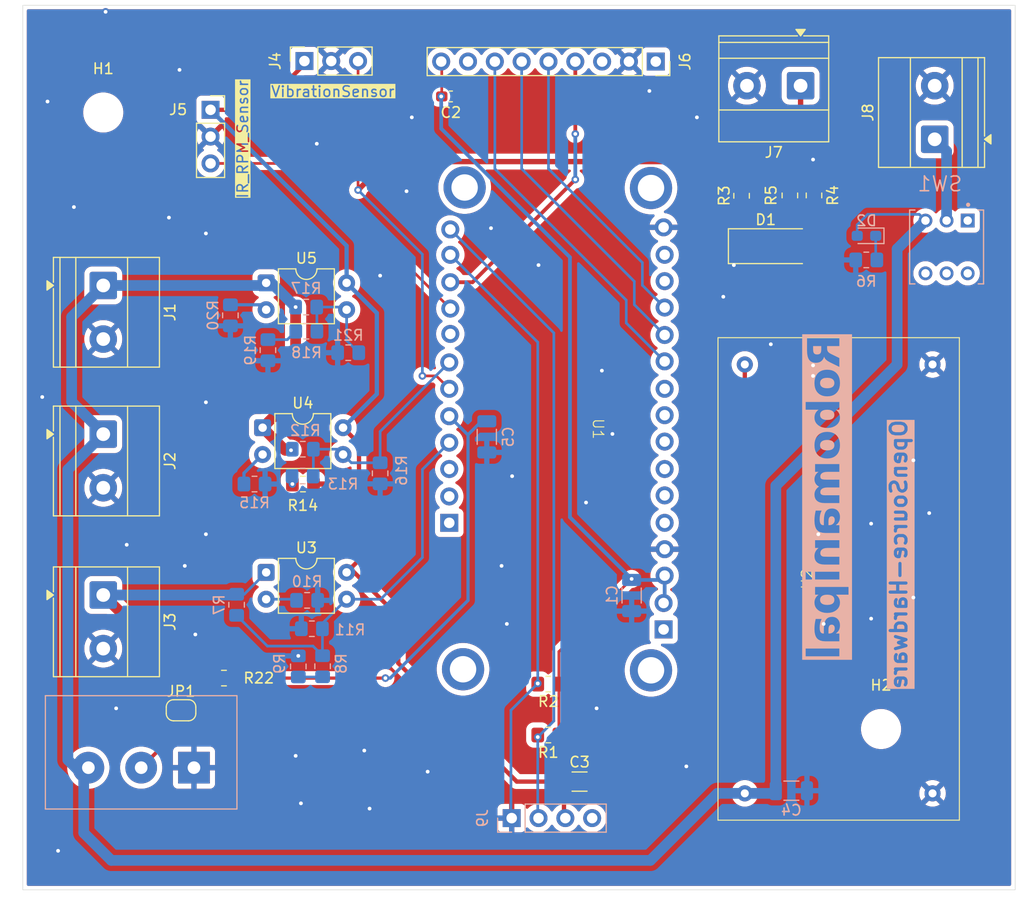
<source format=kicad_pcb>
(kicad_pcb (version 20241229) (generator "pcbnew") (generator_version "9.0")
  (layers (0 "F.Cu" signal) (2 "B.Cu" signal) (13 "F.Paste" user) (15 "B.Paste" user) (5 "F.SilkS" user "F.Silkscreen") (7 "B.SilkS" user "B.Silkscreen") (1 "F.Mask" user) (3 "B.Mask" user) (25 "Edge.Cuts" user))
  (net 0 "")
  (net 1 "GND")
  (net 2 "+5V")
  (net 3 "+3.3V")
  (net 4 "/Vin1")
  (net 5 "Net-(R8-Pad2)")
  (net 7 "/vib")
  (net 8 "/IR_OUT")
  (net 9 "/mo")
  (net 10 "/cd")
  (net 11 "/sck")
  (net 16 "/d2")
  (net 21 "/mi")
  (net 23 "Net-(D2-K)")
  (net 27 "/cs")
  (net 28 "+12V")
  (net 29 "Net-(J8-Pin_1)")
  (net 30 "/d1")
  (net 31 "Net-(R3-Pad2)")
  (net 32 "/sda")
  (net 33 "/scl")
  (net 34 "/V1")
  (net 35 "Net-(R4-Pad2)")
  (net 36 "/V2")
  (net 37 "/V3")
  (net 38 "Net-(R10-Pad1)")
  (net 39 "Net-(R13-Pad2)")
  (net 40 "Net-(R15-Pad1)")
  (net 42 "Net-(R18-Pad2)")
  (net 43 "Net-(R20-Pad1)")
  (net 44 "Net-(JP1-B)")
  (net 45 "/I_sense")
  (footprint "Resistor_SMD:R_0805_2012Metric_Pad1.20x1.40mm_HandSolder" (layer "F.Cu") (at 156.21 119.634 180)
    (property "Reference" "R22" (at -3.302 0 0) (layer "F.SilkS"))
    (property "Value" "1k")
    (pad "1" smd roundrect (at -1 0 180) (size 1.2 1.4) (layers "F.Cu" "F.Mask" "F.Paste") (roundrect_rratio 0.208333) (net 45 "/I_sense"))
    (pad "2" smd roundrect (at 1 0 180) (size 1.2 1.4) (layers "F.Cu" "F.Mask" "F.Paste") (roundrect_rratio 0.208333) (net 44 "Net-(JP1-B)"))
  )
  (footprint "Capacitor_SMD:C_1206_3216Metric" (layer "F.Cu") (at 189.887 129.44)
    (property "Reference" "C3" (at 0 -1.85 0) (layer "F.SilkS"))
    (property "Value" "C")
    (pad "1" smd roundrect (at -1.475 0) (size 1.15 1.8) (layers "F.Cu" "F.Mask" "F.Paste") (roundrect_rratio 0.217391) (net 2 "+5V"))
    (pad "2" smd roundrect (at 1.475 0) (size 1.15 1.8) (layers "F.Cu" "F.Mask" "F.Paste") (roundrect_rratio 0.217391) (net 1 "GND"))
  )
  (footprint "PCBCUPID-GLYPHC3-Footprint:LM2596_Buck" (layer "F.Cu") (at 213.1565 110.236 90)
    (property "Reference" "U2" (at 0 -1.73 90) (layer "F.SilkS") (effects (font (thickness 0.1))))
    (property "Value" "LM2596")
    (pad "1" thru_hole circle (at -20.32 -7.62 90) (size 1.524 1.524) (drill 0.762) (layers "*.Cu" "*.Mask") (net 28 "+12V"))
    (pad "2" thru_hole circle (at -20.32 10.16 90) (size 1.524 1.524) (drill 0.762) (layers "*.Cu" "*.Mask") (net 1 "GND"))
    (pad "3" thru_hole circle (at 20.32 -7.62 90) (size 1.524 1.524) (drill 0.762) (layers "*.Cu" "*.Mask") (net 2 "+5V"))
    (pad "4" thru_hole circle (at 20.32 10.16 90) (size 1.524 1.524) (drill 0.762) (layers "*.Cu" "*.Mask") (net 1 "GND"))
  )
  (footprint "MountingHole:MountingHole_3.2mm_M3" (layer "F.Cu") (at 218.44 124.46)
    (property "Reference" "H2" (at 0 -4.15 0) (layer "F.SilkS"))
    (property "Value" "MountingHole")
    (pad "" np_thru_hole circle (at 0 0) (size 3.2 3.2) (drill 3.2) (layers "*.Cu" "*.Mask"))
  )
  (footprint "Package_DIP:DIP-4_W7.62mm" (layer "F.Cu") (at 160.2065 109.618)
    (property "Reference" "U3" (at 3.81 -2.33 0) (layer "F.SilkS"))
    (property "Value" "PC817")
    (pad "1" thru_hole roundrect (at 0 0) (size 1.6 1.6) (drill 0.8) (layers "*.Cu" "*.Mask") (roundrect_rratio 0.15625) (net 4 "/Vin1"))
    (pad "2" thru_hole circle (at 0 2.54) (size 1.6 1.6) (drill 0.8) (layers "*.Cu" "*.Mask") (net 38 "Net-(R10-Pad1)"))
    (pad "3" thru_hole circle (at 7.62 2.54) (size 1.6 1.6) (drill 0.8) (layers "*.Cu" "*.Mask") (net 34 "/V1"))
    (pad "4" thru_hole circle (at 7.62 0) (size 1.6 1.6) (drill 0.8) (layers "*.Cu" "*.Mask") (net 2 "+5V"))
  )
  (footprint "Package_DIP:DIP-4_W7.62mm" (layer "F.Cu") (at 159.871 95.907)
    (property "Reference" "U4" (at 3.81 -2.33 0) (layer "F.SilkS"))
    (property "Value" "PC817")
    (pad "1" thru_hole roundrect (at 0 0) (size 1.6 1.6) (drill 0.8) (layers "*.Cu" "*.Mask") (roundrect_rratio 0.15625) (net 28 "+12V"))
    (pad "2" thru_hole circle (at 0 2.54) (size 1.6 1.6) (drill 0.8) (layers "*.Cu" "*.Mask") (net 40 "Net-(R15-Pad1)"))
    (pad "3" thru_hole circle (at 7.62 2.54) (size 1.6 1.6) (drill 0.8) (layers "*.Cu" "*.Mask") (net 36 "/V2"))
    (pad "4" thru_hole circle (at 7.62 0) (size 1.6 1.6) (drill 0.8) (layers "*.Cu" "*.Mask") (net 2 "+5V"))
  )
  (footprint "Connector_PinSocket_2.54mm:PinSocket_1x03_P2.54mm_Vertical" (layer "F.Cu") (at 154.94 65.786)
    (property "Reference" "J5" (at -3.073 -0.015 0) (layer "F.SilkS"))
    (property "Value" "IR_RPM_Sensor" (at 3.048 2.794 90) (layer "F.SilkS" knockout))
    (pad "1" thru_hole rect (at 0 0) (size 1.7 1.7) (drill 1) (layers "*.Cu" "*.Mask") (net 2 "+5V"))
    (pad "2" thru_hole circle (at 0 2.54) (size 1.7 1.7) (drill 1) (layers "*.Cu" "*.Mask") (net 1 "GND"))
    (pad "3" thru_hole circle (at 0 5.08) (size 1.7 1.7) (drill 1) (layers "*.Cu" "*.Mask") (net 8 "/IR_OUT"))
  )
  (footprint "Resistor_SMD:R_0805_2012Metric_Pad1.20x1.40mm_HandSolder" (layer "F.Cu") (at 163.692 101.246)
    (property "Reference" "R14" (at -0.016 2.032 0) (layer "F.SilkS"))
    (property "Value" "10k")
    (pad "1" smd roundrect (at -1 0) (size 1.2 1.4) (layers "F.Cu" "F.Mask" "F.Paste") (roundrect_rratio 0.208333) (net 39 "Net-(R13-Pad2)"))
    (pad "2" smd roundrect (at 1 0) (size 1.2 1.4) (layers "F.Cu" "F.Mask" "F.Paste") (roundrect_rratio 0.208333) (net 1 "GND"))
  )
  (footprint "Resistor_SMD:R_0805_2012Metric_Pad1.20x1.40mm_HandSolder" (layer "F.Cu") (at 209.804 73.898 90)
    (property "Reference" "R4" (at 0 4.064 90) (layer "F.SilkS"))
    (property "Value" "200k")
    (pad "1" smd roundrect (at -1 0 90) (size 1.2 1.4) (layers "F.Cu" "F.Mask" "F.Paste") (roundrect_rratio 0.208333) (net 31 "Net-(R3-Pad2)"))
    (pad "2" smd roundrect (at 1 0 90) (size 1.2 1.4) (layers "F.Cu" "F.Mask" "F.Paste") (roundrect_rratio 0.208333) (net 35 "Net-(R4-Pad2)"))
  )
  (footprint "Resistor_SMD:R_0805_2012Metric_Pad1.20x1.40mm_HandSolder" (layer "F.Cu") (at 205.232 73.93 90)
    (property "Reference" "R3" (at 0 -1.65 90) (layer "F.SilkS"))
    (property "Value" "200k")
    (pad "1" smd roundrect (at -1 0 90) (size 1.2 1.4) (layers "F.Cu" "F.Mask" "F.Paste") (roundrect_rratio 0.208333) (net 7 "/vib"))
    (pad "2" smd roundrect (at 1 0 90) (size 1.2 1.4) (layers "F.Cu" "F.Mask" "F.Paste") (roundrect_rratio 0.208333) (net 31 "Net-(R3-Pad2)"))
  )
  (footprint "Capacitor_SMD:C_0603_1608Metric_Pad1.08x0.95mm_HandSolder" (layer "F.Cu") (at 177.6995 64.516)
    (property "Reference" "C2" (at 0 1.524 0) (layer "F.SilkS"))
    (property "Value" "C")
    (pad "1" smd roundrect (at -0.8625 0) (size 1.075 0.95) (layers "F.Cu" "F.Mask" "F.Paste") (net 3 "+3.3V"))
    (pad "2" smd roundrect (at 0.8625 0) (size 1.075 0.95) (layers "F.Cu" "F.Mask" "F.Paste") (net 1 "GND"))
  )
  (footprint "MountingHole:MountingHole_3.2mm_M3" (layer "F.Cu") (at 144.78 66.04)
    (property "Reference" "H1" (at 0 -4.15 0) (layer "F.SilkS"))
    (property "Value" "MountingHole")
    (pad "" np_thru_hole circle (at 0 0) (size 3.2 3.2) (drill 3.2) (layers "*.Cu" "*.Mask"))
  )
  (footprint "PCBCUPID-GLYPHC3-Footprint:GlyphC3" (layer "F.Cu") (at 187.946 96.022 -90)
    (property "Reference" "U1" (at 0 -3.705 270) (layer "F.SilkS") (effects (font (thickness 0.1))))
    (property "Value" "~")
    (pad "" thru_hole circle (at -22.875 8.943118 90) (size 4 4) (drill 2.5) (layers "*.Cu" "*.Mask"))
    (pad "" thru_hole circle (at -22.825 -8.706882 90) (size 4 4) (drill 2.5) (layers "*.Cu" "*.Mask"))
    (pad "" thru_hole circle (at 22.775 9.093118 90) (size 4 4) (drill 2.5) (layers "*.Cu" "*.Mask"))
    (pad "" thru_hole circle (at 22.875 -8.706882 90) (size 4 4) (drill 2.5) (layers "*.Cu" "*.Mask"))
    (pad "1" thru_hole oval (at -18.9 10.3) (size 1.7 1.7) (drill 1) (layers "*.Cu" "*.Mask") (net 33 "/scl"))
    (pad "2" thru_hole oval (at -16.5 10.3) (size 1.7 1.7) (drill 1) (layers "*.Cu" "*.Mask") (net 32 "/sda"))
    (pad "3" thru_hole oval (at -13.9 10.3) (size 1.7 1.7) (drill 1) (layers "*.Cu" "*.Mask") (net 27 "/cs"))
    (pad "4" thru_hole oval (at -11.4 10.3) (size 1.7 1.7) (drill 1) (layers "*.Cu" "*.Mask") (net 8 "/IR_OUT"))
    (pad "5" thru_hole oval (at -9 10.3) (size 1.7 1.7) (drill 1) (layers "*.Cu" "*.Mask"))
    (pad "6" thru_hole oval (at -6.3 10.4) (size 1.7 1.7) (drill 1) (layers "*.Cu" "*.Mask") (net 36 "/V2"))
    (pad "7" thru_hole oval (at -3.8 10.4) (size 1.7 1.7) (drill 1) (layers "*.Cu" "*.Mask") (net 7 "/vib"))
    (pad "8" thru_hole oval (at -1.2 10.4) (size 1.7 1.7) (drill 1) (layers "*.Cu" "*.Mask") (net 45 "/I_sense"))
    (pad "9" thru_hole oval (at 1.3 10.4) (size 1.7 1.7) (drill 1) (layers "*.Cu" "*.Mask") (net 34 "/V1"))
    (pad "10" thru_hole oval (at 3.8 10.4) (size 1.7 1.7) (drill 1) (layers "*.Cu" "*.Mask"))
    (pad "11" thru_hole oval (at 6.4 10.4) (size 1.7 1.7) (drill 1) (layers "*.Cu" "*.Mask"))
    (pad "12" thru_hole rect (at 8.9 10.4) (size 1.7 1.7) (drill 1) (layers "*.Cu" "*.Mask"))
    (pad "13" thru_hole rect (at 19 -9.9) (size 1.7 1.7) (drill 1) (layers "*.Cu" "*.Mask"))
    (pad "14" thru_hole oval (at 16.5 -9.9) (size 1.7 1.7) (drill 1) (layers "*.Cu" "*.Mask") (net 3 "+3.3V"))
    (pad "15" thru_hole oval (at 13.9 -10) (size 1.7 1.7) (drill 1) (layers "*.Cu" "*.Mask") (net 3 "+3.3V"))
    (pad "16" thru_hole oval (at 11.4 -10) (size 1.7 1.7) (drill 1) (layers "*.Cu" "*.Mask") (net 1 "GND"))
    (pad "17" thru_hole oval (at 8.9 -10) (size 1.7 1.7) (drill 1) (layers "*.Cu" "*.Mask"))
    (pad "18" thru_hole oval (at 6.3 -10) (size 1.7 1.7) (drill 1) (layers "*.Cu" "*.Mask"))
    (pad "19" thru_hole oval (at 3.8 -10) (size 1.7 1.7) (drill 1) (layers "*.Cu" "*.Mask"))
    (pad "20" thru_hole oval (at 1.2 -10) (size 1.7 1.7) (drill 1) (layers "*.Cu" "*.Mask"))
    (pad "21" thru_hole oval (at -1.3 -10) (size 1.7 1.7) (drill 1) (layers "*.Cu" "*.Mask"))
    (pad "22" thru_hole oval (at -3.8 -10) (size 1.7 1.7) (drill 1) (layers "*.Cu" "*.Mask"))
    (pad "23" thru_hole oval (at -6.4 -10) (size 1.7 1.7) (drill 1) (layers "*.Cu" "*.Mask") (net 11 "/sck"))
    (pad "24" thru_hole oval (at -8.9 -10) (size 1.7 1.7) (drill 1) (layers "*.Cu" "*.Mask") (net 9 "/mo"))
    (pad "25" thru_hole oval (at -11.5 -10) (size 1.7 1.7) (drill 1) (layers "*.Cu" "*.Mask") (net 21 "/mi"))
    (pad "26" thru_hole oval (at -14 -10) (size 1.7 1.7) (drill 1) (layers "*.Cu" "*.Mask"))
    (pad "27" thru_hole oval (at -16.5 -10) (size 1.7 1.7) (drill 1) (layers "*.Cu" "*.Mask"))
    (pad "28" thru_hole oval (at -19.1 -9.9) (size 1.7 1.7) (drill 1) (layers "*.Cu" "*.Mask") (net 1 "GND"))
  )
  (footprint "TerminalBlock_Phoenix:TerminalBlock_Phoenix_MKDS-1,5-2-5.08_1x02_P5.08mm_Horizontal" (layer "F.Cu") (at 144.78 96.52 -90)
    (property "Reference" "J2" (at 2.54 -6.32 90) (layer "F.SilkS"))
    (property "Value" "Port2")
    (pad "1" thru_hole roundrect (at 0 0 270) (size 2.6 2.6) (drill 1.3) (layers "*.Cu" "*.Mask") (roundrect_rratio 0.096154) (net 28 "+12V"))
    (pad "2" thru_hole circle (at 5.08 0 270) (size 2.6 2.6) (drill 1.3) (layers "*.Cu" "*.Mask") (net 1 "GND"))
  )
  (footprint "TerminalBlock_Phoenix:TerminalBlock_Phoenix_MKDS-1,5-2-5.08_1x02_P5.08mm_Horizontal" (layer "F.Cu") (at 144.78 82.429007 -90)
    (property "Reference" "J1" (at 2.54 -6.32 90) (layer "F.SilkS"))
    (property "Value" "Port3")
    (pad "1" thru_hole roundrect (at 0 0 270) (size 2.6 2.6) (drill 1.3) (layers "*.Cu" "*.Mask") (roundrect_rratio 0.096154) (net 28 "+12V"))
    (pad "2" thru_hole circle (at 5.08 0 270) (size 2.6 2.6) (drill 1.3) (layers "*.Cu" "*.Mask") (net 1 "GND"))
  )
  (footprint "Package_DIP:DIP-4_W7.62mm" (layer "F.Cu") (at 160.2065 82.186)
    (property "Reference" "U5" (at 3.81 -2.33 0) (layer "F.SilkS"))
    (property "Value" "PC817")
    (pad "1" thru_hole roundrect (at 0 0) (size 1.6 1.6) (drill 0.8) (layers "*.Cu" "*.Mask") (roundrect_rratio 0.15625) (net 28 "+12V"))
    (pad "2" thru_hole circle (at 0 2.54) (size 1.6 1.6) (drill 0.8) (layers "*.Cu" "*.Mask") (net 43 "Net-(R20-Pad1)"))
    (pad "3" thru_hole circle (at 7.62 2.54) (size 1.6 1.6) (drill 0.8) (layers "*.Cu" "*.Mask") (net 37 "/V3"))
    (pad "4" thru_hole circle (at 7.62 0) (size 1.6 1.6) (drill 0.8) (layers "*.Cu" "*.Mask") (net 2 "+5V"))
  )
  (footprint "Jumper:SolderJumper-2_P1.3mm_Bridged_RoundedPad1.0x1.5mm" (layer "F.Cu") (at 152.146 122.682)
    (property "Reference" "JP1" (at 0 -1.8 0) (layer "F.SilkS"))
    (property "Value" "SolderJumper_2_Bridged" (hide yes))
    (fp_poly (pts (xy 0.25 -0.3) (xy -0.25 -0.3) (xy -0.25 0.3) (xy 0.25 0.3)) (fill yes) (layer "F.Cu"))
    (pad "1" smd custom (at -0.65 0) (size 1 0.5) (layers "F.Cu" "F.Mask") (net 4 "/Vin1") (options (clearance outline) (anchor rect)) (primitives (gr_circle (center 0 0.25) (end 0.5 0.25) (width 0) (fill yes)) (gr_circle (center 0 -0.25) (end 0.5 -0.25) (width 0) (fill yes)) (gr_poly (pts (xy 0.5 0.75) (xy 0 0.75) (xy 0 -0.75) (xy 0.5 -0.75)) (width 0) (fill yes))))
    (pad "2" smd custom (at 0.65 0) (size 1 0.5) (layers "F.Cu" "F.Mask") (net 44 "Net-(JP1-B)") (options (clearance outline) (anchor rect)) (primitives (gr_circle (center 0 0.25) (end 0.5 0.25) (width 0) (fill yes)) (gr_circle (center 0 -0.25) (end 0.5 -0.25) (width 0) (fill yes)) (gr_poly (pts (xy 0 0.75) (xy -0.5 0.75) (xy -0.5 -0.75) (xy 0 -0.75)) (width 0) (fill yes))))
  )
  (footprint "Resistor_SMD:R_0805_2012Metric_Pad1.20x1.40mm_HandSolder" (layer "F.Cu") (at 212.09 73.898 -90)
    (property "Reference" "R5" (at 0 4.064 90) (layer "F.SilkS"))
    (property "Value" "47k")
    (pad "1" smd roundrect (at -1 0 270) (size 1.2 1.4) (layers "F.Cu" "F.Mask" "F.Paste") (roundrect_rratio 0.208333) (net 35 "Net-(R4-Pad2)"))
    (pad "2" smd roundrect (at 1 0 270) (size 1.2 1.4) (layers "F.Cu" "F.Mask" "F.Paste") (roundrect_rratio 0.208333) (net 1 "GND"))
  )
  (footprint "Diode_SMD:D_SMA_Handsoldering" (layer "F.Cu") (at 208.494 78.708)
    (property "Reference" "D1" (at -0.976 -2.508 0) (layer "F.SilkS"))
    (property "Value" "D")
    (pad "1" smd roundrect (at -2.5 0) (size 3.5 1.8) (layers "F.Cu" "F.Mask" "F.Paste") (roundrect_rratio 0.1388888889) (net 7 "/vib"))
    (pad "2" smd roundrect (at 2.5 0) (size 3.5 1.8) (layers "F.Cu" "F.Mask" "F.Paste") (roundrect_rratio 0.1388888889) (net 1 "GND"))
  )
  (footprint "Connector_PinSocket_2.54mm:PinSocket_1x09_P2.54mm_Vertical" (layer "F.Cu") (at 197.104 61.214 -90)
    (property "Reference" "J6" (at 0 -2.77 90) (layer "F.SilkS"))
    (property "Value" "SDcardModule" (hide yes))
    (pad "1" thru_hole rect (at 0 0 270) (size 1.7 1.7) (drill 1) (layers "*.Cu" "*.Mask") (net 16 "/d2"))
    (pad "2" thru_hole circle (at 0 2.54 270) (size 1.7 1.7) (drill 1) (layers "*.Cu" "*.Mask") (net 1 "GND"))
    (pad "3" thru_hole circle (at 0 5.08 270) (size 1.7 1.7) (drill 1) (layers "*.Cu" "*.Mask") (net 10 "/cd"))
    (pad "4" thru_hole circle (at 0 7.62 270) (size 1.7 1.7) (drill 1) (layers "*.Cu" "*.Mask") (net 27 "/cs"))
    (pad "5" thru_hole circle (at 0 10.16 270) (size 1.7 1.7) (drill 1) (layers "*.Cu" "*.Mask") (net 21 "/mi"))
    (pad "6" thru_hole circle (at 0 12.7 270) (size 1.7 1.7) (drill 1) (layers "*.Cu" "*.Mask") (net 9 "/mo"))
    (pad "7" thru_hole circle (at 0 15.24 270) (size 1.7 1.7) (drill 1) (layers "*.Cu" "*.Mask") (net 11 "/sck"))
    (pad "8" thru_hole circle (at 0 17.78 270) (size 1.7 1.7) (drill 1) (layers "*.Cu" "*.Mask") (net 30 "/d1"))
    (pad "9" thru_hole circle (at 0 20.32 270) (size 1.7 1.7) (drill 1) (layers "*.Cu" "*.Mask") (net 3 "+3.3V"))
  )
  (footprint "TerminalBlock_Phoenix:TerminalBlock_Phoenix_MKDS-1,5-2-5.08_1x02_P5.08mm_Horizontal" (layer "F.Cu") (at 144.78 111.76 -90)
    (property "Reference" "J3" (at 2.54 -6.32 90) (layer "F.SilkS"))
    (property "Value" "Port1")
    (pad "1" thru_hole roundrect (at 0 0 270) (size 2.6 2.6) (drill 1.3) (layers "*.Cu" "*.Mask") (roundrect_rratio 0.096154) (net 4 "/Vin1"))
    (pad "2" thru_hole circle (at 5.08 0 270) (size 2.6 2.6) (drill 1.3) (layers "*.Cu" "*.Mask") (net 1 "GND"))
  )
  (footprint "Resistor_SMD:R_0805_2012Metric_Pad1.20x1.40mm_HandSolder" (layer "F.Cu") (at 186.928 125.028 180)
    (property "Reference" "R1" (at 0 -1.65 0) (layer "F.SilkS"))
    (property "Value" "4k7")
    (pad "1" smd roundrect (at -1 0 180) (size 1.2 1.4) (layers "F.Cu" "F.Mask" "F.Paste") (roundrect_rratio 0.208333) (net 3 "+3.3V"))
    (pad "2" smd roundrect (at 1 0 180) (size 1.2 1.4) (layers "F.Cu" "F.Mask" "F.Paste") (roundrect_rratio 0.208333) (net 33 "/scl"))
  )
  (footprint "Connector_PinSocket_2.54mm:PinSocket_1x03_P2.54mm_Vertical" (layer "F.Cu") (at 163.83 61.164 90)
    (property "Reference" "J4" (at 0 -2.77 90) (layer "F.SilkS"))
    (property "Value" "VibrationSensor" (at -2.894 2.694 180) (layer "F.SilkS" knockout))
    (pad "1" thru_hole rect (at 0 0 90) (size 1.7 1.7) (drill 1) (layers "*.Cu" "*.Mask") (net 2 "+5V"))
    (pad "2" thru_hole circle (at 0 2.54 90) (size 1.7 1.7) (drill 1) (layers "*.Cu" "*.Mask") (net 1 "GND"))
    (pad "3" thru_hole circle (at 0 5.08 90) (size 1.7 1.7) (drill 1) (layers "*.Cu" "*.Mask") (net 7 "/vib"))
  )
  (footprint "Resistor_SMD:R_0805_2012Metric_Pad1.20x1.40mm_HandSolder" (layer "F.Cu") (at 186.928 120.202 180)
    (property "Reference" "R2" (at 0 -1.65 0) (layer "F.SilkS"))
    (property "Value" "4k7")
    (pad "1" smd roundrect (at -1 0 180) (size 1.2 1.4) (layers "F.Cu" "F.Mask" "F.Paste") (roundrect_rratio 0.208333) (net 3 "+3.3V"))
    (pad "2" smd roundrect (at 1 0 180) (size 1.2 1.4) (layers "F.Cu" "F.Mask" "F.Paste") (roundrect_rratio 0.208333) (net 32 "/sda"))
  )
  (footprint "TerminalBlock_Phoenix:TerminalBlock_Phoenix_MKDS-1,5-2-5.08_1x02_P5.08mm_Horizontal" (layer "F.Cu") (at 210.82 63.5 180)
    (property "Reference" "J7" (at 2.54 -6.32 0) (layer "F.SilkS"))
    (property "Value" "PiezoElectric")
    (pad "1" thru_hole roundrect (at 0 0 180) (size 2.6 2.6) (drill 1.3) (layers "*.Cu" "*.Mask") (roundrect_rratio 0.096154) (net 7 "/vib"))
    (pad "2" thru_hole circle (at 5.08 0 180) (size 2.6 2.6) (drill 1.3) (layers "*.Cu" "*.Mask") (net 1 "GND"))
  )
  (footprint "TerminalBlock_Phoenix:TerminalBlock_Phoenix_MKDS-1,5-2-5.08_1x02_P5.08mm_Horizontal" (layer "F.Cu") (at 223.52 68.58 90)
    (property "Reference" "J8" (at 2.54 -6.32 90) (layer "F.SilkS"))
    (property "Value" "Vin")
    (pad "1" thru_hole roundrect (at 0 0 90) (size 2.6 2.6) (drill 1.3) (layers "*.Cu" "*.Mask") (roundrect_rratio 0.096154) (net 29 "Net-(J8-Pin_1)"))
    (pad "2" thru_hole circle (at 5.08 0 90) (size 2.6 2.6) (drill 1.3) (layers "*.Cu" "*.Mask") (net 1 "GND"))
  )
  (footprint "Capacitor_SMD:C_1206_3216Metric" (layer "B.Cu") (at 194.818 111.809 -90)
    (property "Reference" "C1" (at 0 1.85 90) (layer "B.SilkS") (effects (justify mirror)))
    (property "Value" "C")
    (pad "1" smd roundrect (at -1.475 0 270) (size 1.15 1.8) (layers "B.Cu" "B.Mask" "B.Paste") (roundrect_rratio 0.217391) (net 3 "+3.3V"))
    (pad "2" smd roundrect (at 1.475 0 270) (size 1.15 1.8) (layers "B.Cu" "B.Mask" "B.Paste") (roundrect_rratio 0.217391) (net 1 "GND"))
  )
  (footprint "Capacitor_SMD:C_1206_3216Metric" (layer "B.Cu") (at 209.9465 130.302)
    (property "Reference" "C4" (at 0 1.85 0) (layer "B.SilkS") (effects (justify mirror)))
    (property "Value" "C")
    (pad "1" smd roundrect (at -1.475 0) (size 1.15 1.8) (layers "B.Cu" "B.Mask" "B.Paste") (roundrect_rratio 0.217391) (net 28 "+12V"))
    (pad "2" smd roundrect (at 1.475 0) (size 1.15 1.8) (layers "B.Cu" "B.Mask" "B.Paste") (roundrect_rratio 0.217391) (net 1 "GND"))
  )
  (footprint "Resistor_SMD:R_0805_2012Metric_Pad1.20x1.40mm_HandSolder" (layer "B.Cu") (at 163.2495 118.529 90)
    (property "Reference" "R9" (at 0.27 -1.778 90) (layer "B.SilkS") (effects (justify mirror)))
    (property "Value" "10k")
    (pad "1" smd roundrect (at -1 0 90) (size 1.2 1.4) (layers "B.Cu" "B.Mask" "B.Paste") (roundrect_rratio 0.208333) (net 5 "Net-(R8-Pad2)"))
    (pad "2" smd roundrect (at 1 0 90) (size 1.2 1.4) (layers "B.Cu" "B.Mask" "B.Paste") (roundrect_rratio 0.208333) (net 1 "GND"))
  )
  (footprint "Resistor_SMD:R_0805_2012Metric_Pad1.20x1.40mm_HandSolder" (layer "B.Cu") (at 217.041 80.01 180)
    (property "Reference" "R6" (at 0 -2.032 0) (layer "B.SilkS") (effects (justify mirror)))
    (property "Value" "1k")
    (pad "1" smd roundrect (at -1 0 180) (size 1.2 1.4) (layers "B.Cu" "B.Mask" "B.Paste") (roundrect_rratio 0.208333) (net 23 "Net-(D2-K)"))
    (pad "2" smd roundrect (at 1 0 180) (size 1.2 1.4) (layers "B.Cu" "B.Mask" "B.Paste") (roundrect_rratio 0.208333) (net 1 "GND"))
  )
  (footprint "Resistor_SMD:R_0805_2012Metric_Pad1.20x1.40mm_HandSolder" (layer "B.Cu") (at 164.084 112.268)
    (property "Reference" "R10" (at 0 -1.778 0) (layer "B.SilkS") (effects (justify mirror)))
    (property "Value" "1k")
    (pad "1" smd roundrect (at -1 0) (size 1.2 1.4) (layers "B.Cu" "B.Mask" "B.Paste") (roundrect_rratio 0.208333) (net 38 "Net-(R10-Pad1)"))
    (pad "2" smd roundrect (at 1 0) (size 1.2 1.4) (layers "B.Cu" "B.Mask" "B.Paste") (roundrect_rratio 0.208333) (net 1 "GND"))
  )
  (footprint "Resistor_SMD:R_0805_2012Metric_Pad1.20x1.40mm_HandSolder" (layer "B.Cu") (at 157.4075 112.687 -90)
    (property "Reference" "R7" (at 0 1.65 90) (layer "B.SilkS") (effects (justify mirror)))
    (property "Value" "100k")
    (pad "1" smd roundrect (at -1 0 270) (size 1.2 1.4) (layers "B.Cu" "B.Mask" "B.Paste") (roundrect_rratio 0.208333) (net 4 "/Vin1"))
    (pad "2" smd roundrect (at 1 0 270) (size 1.2 1.4) (layers "B.Cu" "B.Mask" "B.Paste") (roundrect_rratio 0.208333) (net 34 "/V1"))
  )
  (footprint "Resistor_SMD:R_0805_2012Metric_Pad1.20x1.40mm_HandSolder" (layer "B.Cu") (at 160.374 88.562 -90)
    (property "Reference" "R19" (at 0 1.65 90) (layer "B.SilkS") (effects (justify mirror)))
    (property "Value" "10k")
    (pad "1" smd roundrect (at -1 0 270) (size 1.2 1.4) (layers "B.Cu" "B.Mask" "B.Paste") (roundrect_rratio 0.208333) (net 42 "Net-(R18-Pad2)"))
    (pad "2" smd roundrect (at 1 0 270) (size 1.2 1.4) (layers "B.Cu" "B.Mask" "B.Paste") (roundrect_rratio 0.208333) (net 1 "GND"))
  )
  (footprint "Resistor_SMD:R_0805_2012Metric_Pad1.20x1.40mm_HandSolder" (layer "B.Cu") (at 167.978 88.8 180)
    (property "Reference" "R21" (at 0 1.65 0) (layer "B.SilkS") (effects (justify mirror)))
    (property "Value" "1k")
    (pad "1" smd roundrect (at -1 0 180) (size 1.2 1.4) (layers "B.Cu" "B.Mask" "B.Paste") (roundrect_rratio 0.208333) (net 37 "/V3"))
    (pad "2" smd roundrect (at 1 0 180) (size 1.2 1.4) (layers "B.Cu" "B.Mask" "B.Paste") (roundrect_rratio 0.208333) (net 1 "GND"))
  )
  (footprint "Resistor_SMD:R_0805_2012Metric_Pad1.20x1.40mm_HandSolder" (layer "B.Cu") (at 159.104 101.246)
    (property "Reference" "R15" (at 0 1.778 0) (layer "B.SilkS") (effects (justify mirror)))
    (property "Value" "1k")
    (pad "1" smd roundrect (at -1 0) (size 1.2 1.4) (layers "B.Cu" "B.Mask" "B.Paste") (roundrect_rratio 0.208333) (net 40 "Net-(R15-Pad1)"))
    (pad "2" smd roundrect (at 1 0) (size 1.2 1.4) (layers "B.Cu" "B.Mask" "B.Paste") (roundrect_rratio 0.208333) (net 1 "GND"))
  )
  (footprint "Resistor_SMD:R_0805_2012Metric_Pad1.20x1.40mm_HandSolder" (layer "B.Cu") (at 164.0115 86.763 180)
    (property "Reference" "R18" (at -0.016 -2.032 0) (layer "B.SilkS") (effects (justify mirror)))
    (property "Value" "10k")
    (pad "1" smd roundrect (at -1 0 180) (size 1.2 1.4) (layers "B.Cu" "B.Mask" "B.Paste") (roundrect_rratio 0.208333) (net 37 "/V3"))
    (pad "2" smd roundrect (at 1 0 180) (size 1.2 1.4) (layers "B.Cu" "B.Mask" "B.Paste") (roundrect_rratio 0.208333) (net 42 "Net-(R18-Pad2)"))
  )
  (footprint "LED_SMD:LED_0603_1608Metric_Pad1.05x0.95mm_HandSolder" (layer "B.Cu") (at 217.057 77.724 180)
    (property "Reference" "D2" (at 0 1.43 0) (layer "B.SilkS") (effects (justify mirror)))
    (property "Value" "LED")
    (pad "1" smd roundrect (at -0.875 0 180) (size 1.05 0.95) (layers "B.Cu" "B.Mask" "B.Paste") (net 23 "Net-(D2-K)"))
    (pad "2" smd roundrect (at 0.875 0 180) (size 1.05 0.95) (layers "B.Cu" "B.Mask" "B.Paste") (net 28 "+12V"))
  )
  (footprint "Resistor_SMD:R_0805_2012Metric_Pad1.20x1.40mm_HandSolder" (layer "B.Cu") (at 156.818 85.26 -90)
    (property "Reference" "R20" (at 0 1.65 90) (layer "B.SilkS") (effects (justify mirror)))
    (property "Value" "1k")
    (pad "1" smd roundrect (at -1 0 270) (size 1.2 1.4) (layers "B.Cu" "B.Mask" "B.Paste") (roundrect_rratio 0.208333) (net 43 "Net-(R20-Pad1)"))
    (pad "2" smd roundrect (at 1 0 270) (size 1.2 1.4) (layers "B.Cu" "B.Mask" "B.Paste") (roundrect_rratio 0.208333) (net 1 "GND"))
  )
  (footprint "Resistor_SMD:R_0805_2012Metric_Pad1.20x1.40mm_HandSolder" (layer "B.Cu") (at 164.5355 114.957 180)
    (property "Reference" "R11" (at -3.6125 -0.105 0) (layer "B.SilkS") (effects (justify mirror)))
    (property "Value" "1k")
    (pad "1" smd roundrect (at -1 0 180) (size 1.2 1.4) (layers "B.Cu" "B.Mask" "B.Paste") (roundrect_rratio 0.208333) (net 34 "/V1"))
    (pad "2" smd roundrect (at 1 0 180) (size 1.2 1.4) (layers "B.Cu" "B.Mask" "B.Paste") (roundrect_rratio 0.208333) (net 1 "GND"))
  )
  (footprint "Resistor_SMD:R_0805_2012Metric_Pad1.20x1.40mm_HandSolder" (layer "B.Cu") (at 163.9955 84.477)
    (property "Reference" "R17" (at 0 -1.778 0) (layer "B.SilkS") (effects (justify mirror)))
    (property "Value" "100k")
    (pad "1" smd roundrect (at -1 0) (size 1.2 1.4) (layers "B.Cu" "B.Mask" "B.Paste") (roundrect_rratio 0.208333) (net 28 "+12V"))
    (pad "2" smd roundrect (at 1 0) (size 1.2 1.4) (layers "B.Cu" "B.Mask" "B.Paste") (roundrect_rratio 0.208333) (net 37 "/V3"))
  )
  (footprint "Resistor_SMD:R_0805_2012Metric_Pad1.20x1.40mm_HandSolder" (layer "B.Cu") (at 171 100.23 -90)
    (property "Reference" "R16" (at -0.27 -2.032 90) (layer "B.SilkS") (effects (justify mirror)))
    (property "Value" "1k")
    (pad "1" smd roundrect (at -1 0 270) (size 1.2 1.4) (layers "B.Cu" "B.Mask" "B.Paste") (roundrect_rratio 0.208333) (net 36 "/V2"))
    (pad "2" smd roundrect (at 1 0 270) (size 1.2 1.4) (layers "B.Cu" "B.Mask" "B.Paste") (roundrect_rratio 0.208333) (net 1 "GND"))
  )
  (footprint "Resistor_SMD:R_0805_2012Metric_Pad1.20x1.40mm_HandSolder" (layer "B.Cu") (at 163.676 97.944)
    (property "Reference" "R12" (at 0.238 -1.778 0) (layer "B.SilkS") (effects (justify mirror)))
    (property "Value" "100k")
    (pad "1" smd roundrect (at -1 0) (size 1.2 1.4) (layers "B.Cu" "B.Mask" "B.Paste") (roundrect_rratio 0.208333) (net 28 "+12V"))
    (pad "2" smd roundrect (at 1 0) (size 1.2 1.4) (layers "B.Cu" "B.Mask" "B.Paste") (roundrect_rratio 0.208333) (net 36 "/V2"))
  )
  (footprint "Resistor_SMD:R_0805_2012Metric_Pad1.20x1.40mm_HandSolder" (layer "B.Cu") (at 163.66 100.484 180)
    (property "Reference" "R13" (at -3.826 -0.762 0) (layer "B.SilkS") (effects (justify mirror)))
    (property "Value" "10k")
    (pad "1" smd roundrect (at -1 0 180) (size 1.2 1.4) (layers "B.Cu" "B.Mask" "B.Paste") (roundrect_rratio 0.208333) (net 36 "/V2"))
    (pad "2" smd roundrect (at 1 0 180) (size 1.2 1.4) (layers "B.Cu" "B.Mask" "B.Paste") (roundrect_rratio 0.208333) (net 39 "Net-(R13-Pad2)"))
  )
  (footprint "TL2230EEF140:SW_TL2230EEF140" (layer "B.Cu") (at 224.6465 78.78 180)
    (property "Reference" "SW1" (at 0.635 5.969 0) (layer "B.SilkS") (effects (font (size 1.4 1.4)) (justify mirror)))
    (property "Value" "KillSwitch")
    (pad "1" thru_hole rect (at -2 2.5 180) (size 1.308 1.308) (drill 0.8) (layers "*.Cu" "*.Mask"))
    (pad "2" thru_hole circle (at 0 2.5 180) (size 1.308 1.308) (drill 0.8) (layers "*.Cu" "*.Mask") (net 29 "Net-(J8-Pin_1)"))
    (pad "3" thru_hole circle (at 2 2.5 180) (size 1.308 1.308) (drill 0.8) (layers "*.Cu" "*.Mask") (net 28 "+12V"))
    (pad "4" thru_hole circle (at -2 -2.5 180) (size 1.308 1.308) (drill 0.8) (layers "*.Cu" "*.Mask"))
    (pad "5" thru_hole circle (at 0 -2.5 180) (size 1.308 1.308) (drill 0.8) (layers "*.Cu" "*.Mask"))
    (pad "6" thru_hole circle (at 2 -2.5 180) (size 1.308 1.308) (drill 0.8) (layers "*.Cu" "*.Mask"))
  )
  (footprint "Resistor_SMD:R_0805_2012Metric_Pad1.20x1.40mm_HandSolder" (layer "B.Cu") (at 165.5515 118.513 -90)
    (property "Reference" "R8" (at -0.254 -1.762 90) (layer "B.SilkS") (effects (justify mirror)))
    (property "Value" "10k")
    (pad "1" smd roundrect (at -1 0 270) (size 1.2 1.4) (layers "B.Cu" "B.Mask" "B.Paste") (roundrect_rratio 0.208333) (net 34 "/V1"))
    (pad "2" smd roundrect (at 1 0 270) (size 1.2 1.4) (layers "B.Cu" "B.Mask" "B.Paste") (roundrect_rratio 0.208333) (net 5 "Net-(R8-Pad2)"))
  )
  (footprint "Connector_PinSocket_2.54mm:PinSocket_1x04_P2.54mm_Vertical" (layer "B.Cu") (at 183.46 132.902 -90)
    (property "Reference" "J9" (at 0 2.77 90) (layer "B.SilkS") (effects (justify mirror)))
    (property "Value" "OLED")
    (pad "1" thru_hole rect (at 0 0 270) (size 1.7 1.7) (drill 1) (layers "*.Cu" "*.Mask") (net 1 "GND"))
    (pad "2" thru_hole circle (at 0 -2.54 270) (size 1.7 1.7) (drill 1) (layers "*.Cu" "*.Mask") (net 2 "+5V"))
    (pad "3" thru_hole circle (at 0 -5.08 270) (size 1.7 1.7) (drill 1) (layers "*.Cu" "*.Mask") (net 33 "/scl"))
    (pad "4" thru_hole circle (at 0 -7.62 270) (size 1.7 1.7) (drill 1) (layers "*.Cu" "*.Mask") (net 32 "/sda"))
  )
  (footprint "Potentiometer_THT:Potentiometer_Alps_RK163_Single_Horizontal" (layer "B.Cu") (at 153.37 128.121 90)
    (property "Reference" "RV1" (hide yes))
    (property "Value" "R_Potentiometer")
    (pad "1" thru_hole rect (at 0 0 270) (size 3 3) (drill 1.2) (layers "*.Cu" "*.Mask") (net 1 "GND"))
    (pad "2" thru_hole circle (at 0 -5 270) (size 3 3) (drill 1.2) (layers "*.Cu" "*.Mask") (net 44 "Net-(JP1-B)"))
    (pad "3" thru_hole circle (at 0 -10 270) (size 3 3) (drill 1.2) (layers "*.Cu" "*.Mask") (net 28 "+12V"))
  )
  (footprint "Capacitor_SMD:C_1206_3216Metric" (layer "B.Cu") (at 181.102 96.774 -90)
    (property "Reference" "C5" (at 0 -2.032 90) (layer "B.SilkS") (effects (justify mirror)))
    (property "Value" "C")
    (pad "1" smd roundrect (at -1.475 0 270) (size 1.15 1.8) (layers "B.Cu" "B.Mask" "B.Paste") (roundrect_rratio 0.217391) (net 45 "/I_sense"))
    (pad "2" smd roundrect (at 1.475 0 270) (size 1.15 1.8) (layers "B.Cu" "B.Mask" "B.Paste") (roundrect_rratio 0.217391) (net 1 "GND"))
  )
  (gr_poly (pts (xy 137.16 139.7) (xy 231.14 139.7) (xy 231.14 55.88) (xy 200.66 55.88) (xy 175.26 55.88) (xy 137.16 55.88)) (stroke (width 0.05)) (fill no) (layer "Edge.Cuts"))
  (gr_text "Robomanipal" (at 215 87 90) (layer "B.SilkS" knockout) (effects (font (size 3 3) (thickness 0.5) (bold yes)) (justify left bottom mirror)))
  (gr_text "OpenSource-Hardware" (at 221 95 90) (layer "B.SilkS" knockout) (effects (font (size 1.5 1.5) (thickness 0.3) (bold yes)) (justify left bottom mirror)))
  (via (at 153.5 115.5) (size 0.7112) (drill 0.3556) (layers "F.Cu" "B.Cu") (net 1))
  (via (at 183 114.5) (size 0.7112) (drill 0.3556) (layers "F.Cu" "B.Cu") (net 1))
  (via (at 191.5 122.5) (size 0.7112) (drill 0.3556) (layers "F.Cu" "B.Cu") (net 1))
  (via (at 186 80.5) (size 0.7112) (drill 0.3556) (layers "F.Cu" "B.Cu") (net 1))
  (via (at 212 70.5) (size 0.7112) (drill 0.3556) (layers "F.Cu" "B.Cu") (net 1))
  (via (at 170 132) (size 0.7112) (drill 0.3556) (layers "F.Cu" "B.Cu") (net 1))
  (via (at 217.5 105) (size 0.7112) (drill 0.3556) (layers "F.Cu" "B.Cu") (net 1))
  (via (at 212 90) (size 0.7112) (drill 0.3556) (layers "F.Cu" "B.Cu") (net 1))
  (via (at 152.5 109) (size 0.7112) (drill 0.3556) (layers "F.Cu" "B.Cu") (net 1))
  (via (at 212.5 106) (size 0.7112) (drill 0.3556) (layers "F.Cu" "B.Cu") (net 1))
  (via (at 154.5 77.5) (size 0.7112) (drill 0.3556) (layers "F.Cu" "B.Cu") (net 1))
  (via (at 140.5 136) (size 0.7112) (drill 0.3556) (layers "F.Cu" "B.Cu") (net 1))
  (via (at 196.5 64) (size 0.7112) (drill 0.3556) (layers "F.Cu" "B.Cu") (net 1))
  (via (at 183.5 100.5) (size 0.7112) (drill 0.3556) (layers "F.Cu" "B.Cu") (net 1))
  (via (at 201 66.5) (size 0.7112) (drill 0.3556) (layers "F.Cu" "B.Cu") (net 1))
  (via (at 175.5 128.5) (size 0.7112) (drill 0.3556) (layers "F.Cu" "B.Cu") (net 1))
  (via (at 154.5 106) (size 0.7112) (drill 0.3556) (layers "F.Cu" "B.Cu") (net 1))
  (via (at 213 114.5) (size 0.7112) (drill 0.3556) (layers "F.Cu" "B.Cu") (net 1))
  (via (at 193 96.5) (size 0.7112) (drill 0.3556) (layers "F.Cu" "B.Cu") (net 1))
  (via (at 221.5 112) (size 0.7112) (drill 0.3556) (layers "F.Cu" "B.Cu") (net 1))
  (via (at 217.5 114) (size 0.7112) (drill 0.3556) (layers "F.Cu" "B.Cu") (net 1))
  (via (at 190.5 103) (size 0.7112) (drill 0.3556) (layers "F.Cu" "B.Cu") (net 1))
  (via (at 151 76) (size 0.7112) (drill 0.3556) (layers "F.Cu" "B.Cu") (net 1))
  (via (at 182.5 109) (size 0.7112) (drill 0.3556) (layers "F.Cu" "B.Cu") (net 1))
  (via (at 139 93) (size 0.7112) (drill 0.3556) (layers "F.Cu" "B.Cu") (net 1))
  (via (at 163.2495 117.529) (size 0.7112) (drill 0.3556) (layers "F.Cu" "B.Cu") (net 1))
  (via (at 152 62) (size 0.7112) (drill 0.3556) (layers "F.Cu" "B.Cu") (net 1))
  (via (at 181.5 77) (size 0.7112) (drill 0.3556) (layers "F.Cu" "B.Cu") (net 1))
  (via (at 208 88) (size 0.7112) (drill 0.3556) (layers "F.Cu" "B.Cu") (net 1))
  (via (at 200 128) (size 0.7112) (drill 0.3556) (layers "F.Cu" "B.Cu") (net 1))
  (via (at 173.5 73.5) (size 0.7112) (drill 0.3556) (layers "F.Cu" "B.Cu") (net 1))
  (via (at 163.5 131.5) (size 0.7112) (drill 0.3556) (layers "F.Cu" "B.Cu") (net 1))
  (via (at 212 91) (size 0.7112) (drill 0.3556) (layers "F.Cu" "B.Cu") (net 1))
  (via (at 142 75) (size 0.7112) (drill 0.3556) (layers "F.Cu" "B.Cu") (net 1))
  (via (at 174 66.5) (size 0.7112) (drill 0.3556) (layers "F.Cu" "B.Cu") (net 1))
  (via (at 171 81.5) (size 0.7112) (drill 0.3556) (layers "F.Cu" "B.Cu") (net 1))
  (via (at 146 122.5) (size 0.7112) (drill 0.3556) (layers "F.Cu" "B.Cu") (net 1))
  (via (at 145 56.5) (size 0.7112) (drill 0.3556) (layers "F.Cu" "B.Cu") (net 1))
  (via (at 169.5 126.5) (size 0.7112) (drill 0.3556) (layers "F.Cu" "B.Cu") (net 1))
  (via (at 204.5 80.5) (size 0.7112) (drill 0.3556) (layers "F.Cu" "B.Cu") (net 1))
  (via (at 165 69) (size 0.7112) (drill 0.3556) (layers "F.Cu" "B.Cu") (net 1))
  (via (at 147 107) (size 0.7112) (drill 0.3556) (layers "F.Cu" "B.Cu") (net 1))
  (via (at 221.5 99) (size 0.7112) (drill 0.3556) (layers "F.Cu" "B.Cu") (net 1))
  (via (at 192 90.5) (size 0.7112) (drill 0.3556) (layers "F.Cu" "B.Cu") (net 1))
  (via (at 223 104) (size 0.7112) (drill 0.3556) (layers "F.Cu" "B.Cu") (net 1))
  (via (at 154.5 93.5) (size 0.7112) (drill 0.3556) (layers "F.Cu" "B.Cu") (net 1))
  (via (at 139.5 65) (size 0.7112) (drill 0.3556) (layers "F.Cu" "B.Cu") (net 1))
  (via (at 203.5 83.5) (size 0.7112) (drill 0.3556) (layers "F.Cu" "B.Cu") (net 1))
  (via (at 163 127) (size 0.7112) (drill 0.3556) (layers "F.Cu" "B.Cu") (net 1))
  (segment (start 200.406 124.714) (end 205.5365 119.5835) (width 0.4064) (layer "F.Cu") (net 2))
  (segment (start 188.412 129.44) (end 188.412 132.846) (width 0.4064) (layer "F.Cu") (net 2))
  (segment (start 154.94 65.786) (end 159.512 65.786) (width 0.4064) (layer "F.Cu") (net 2))
  (segment (start 205.5365 119.5835) (end 205.5365 89.916) (width 0.4064) (layer "F.Cu") (net 2))
  (segment (start 188.412 129.44) (end 193.138 124.714) (width 0.4064) (layer "F.Cu") (net 2))
  (segment (start 183.94 129.44) (end 188.412 129.44) (width 0.4064) (layer "F.Cu") (net 2))
  (segment (start 168.546 109.618) (end 172.72 113.792) (width 0.4064) (layer "F.Cu") (net 2))
  (segment (start 172.72 118.22) (end 183.94 129.44) (width 0.4064) (layer "F.Cu") (net 2))
  (segment (start 169 108.4445) (end 167.8265 109.618) (width 0.4064) (layer "F.Cu") (net 2))
  (segment (start 167.491 95.907) (end 169 97.416) (width 0.4064) (layer "F.Cu") (net 2))
  (segment (start 172.72 113.792) (end 172.72 118.22) (width 0.4064) (layer "F.Cu") (net 2))
  (segment (start 167.8265 109.618) (end 168.546 109.618) (width 0.4064) (layer "F.Cu") (net 2))
  (segment (start 169 97.416) (end 169 108.4445) (width 0.4064) (layer "F.Cu") (net 2))
  (segment (start 159.512 65.786) (end 163.83 61.468) (width 0.4064) (layer "F.Cu") (net 2))
  (segment (start 188.412 132.846) (end 188.468 132.902) (width 0.4064) (layer "F.Cu") (net 2))
  (segment (start 193.138 124.714) (end 200.406 124.714) (width 0.4064) (layer "F.Cu") (net 2))
  (segment (start 167.8265 82.186) (end 170.688 85.0475) (width 0.4064) (layer "B.Cu") (net 2))
  (segment (start 167.8265 78.6725) (end 167.8265 82.186) (width 0.4064) (layer "B.Cu") (net 2))
  (segment (start 154.94 65.786) (end 167.8265 78.6725) (width 0.4064) (layer "B.Cu") (net 2))
  (segment (start 170.688 92.71) (end 167.491 95.907) (width 0.4064) (layer "B.Cu") (net 2))
  (segment (start 170.688 85.0475) (end 170.688 92.71) (width 0.4064) (layer "B.Cu") (net 2))
  (segment (start 187.928 117.126) (end 194.818 110.236) (width 0.254) (layer "F.Cu") (net 3))
  (segment (start 187.928 120.202) (end 187.928 125.028) (width 0.254) (layer "F.Cu") (net 3))
  (segment (start 176.837 61.267) (end 176.784 61.214) (width 0.254) (layer "F.Cu") (net 3))
  (segment (start 176.837 64.516) (end 176.837 61.267) (width 0.254) (layer "F.Cu") (net 3))
  (segment (start 187.928 120.202) (end 187.928 117.126) (width 0.254) (layer "F.Cu") (net 3))
  (via (at 176.784 64.516) (size 0.7112) (drill 0.3556) (layers "F.Cu" "B.Cu") (net 3))
  (via (at 194.818 110.236) (size 0.7112) (drill 0.3556) (layers "F.Cu" "B.Cu") (net 3))
  (segment (start 188.976 79.756) (end 176.784 67.564) (width 0.3556) (layer "B.Cu") (net 3))
  (segment (start 197.534 110.334) (end 197.946 109.922) (width 0.3556) (layer "B.Cu") (net 3))
  (segment (start 197.946 109.922) (end 197.946 112.422) (width 0.3556) (layer "B.Cu") (net 3))
  (segment (start 176.784 67.564) (end 176.784 64.516) (width 0.3556) (layer "B.Cu") (net 3))
  (segment (start 194.818 110.334) (end 197.534 110.334) (width 0.3556) (layer "B.Cu") (net 3))
  (segment (start 197.946 112.422) (end 197.846 112.522) (width 0.3556) (layer "B.Cu") (net 3))
  (segment (start 188.976 104.394) (end 188.976 79.756) (width 0.3556) (layer "B.Cu") (net 3))
  (segment (start 194.818 110.334) (end 194.818 110.236) (width 0.3556) (layer "B.Cu") (net 3))
  (segment (start 194.818 110.236) (end 188.976 104.394) (width 0.3556) (layer "B.Cu") (net 3))
  (segment (start 151.496 122.682) (end 151.496 118.476) (width 1.016) (layer "F.Cu") (net 4))
  (segment (start 151.496 118.476) (end 144.78 111.76) (width 1.016) (layer "F.Cu") (net 4))
  (segment (start 158.1375 111.687) (end 157.4075 111.687) (width 0.254) (layer "B.Cu") (net 4))
  (segment (start 144.78 111.76) (end 157.3345 111.76) (width 1.016) (layer "B.Cu") (net 4))
  (segment (start 160.2065 109.618) (end 158.1375 111.687) (width 0.254) (layer "B.Cu") (net 4))
  (segment (start 157.3345 111.76) (end 157.4075 111.687) (width 1.016) (layer "B.Cu") (net 4))
  (segment (start 163.2495 119.529) (end 165.5355 119.529) (width 0.254) (layer "B.Cu") (net 5))
  (segment (start 165.5355 119.529) (end 165.5515 119.513) (width 0.254) (layer "B.Cu") (net 5))
  (segment (start 203.708 72.650052) (end 205.179026 71.179026) (width 0.508) (layer "F.Cu") (net 7))
  (segment (start 203.708 74.676) (end 203.708 72.650052) (width 0.508) (layer "F.Cu") (net 7))
  (segment (start 205.179026 71.179026) (end 204.692 70.692) (width 0.508) (layer "F.Cu") (net 7))
  (segment (start 205.179026 71.179026) (end 210.82 65.538052) (width 0.508) (layer "F.Cu") (net 7))
  (segment (start 175 91) (end 176.324 91) (width 0.254) (layer "F.Cu") (net 7))
  (segment (start 205.232 77.946) (end 205.994 78.708) (width 0.254) (layer "F.Cu") (net 7))
  (segment (start 205.232 74.93) (end 205.232 77.946) (width 0.254) (layer "F.Cu") (net 7))
  (segment (start 176.324 91) (end 177.546 92.222) (width 0.254) (layer "F.Cu") (net 7))
  (segment (start 210.82 65.538052) (end 210.82 63.5) (width 0.508) (layer "F.Cu") (net 7))
  (segment (start 205.232 74.93) (end 203.962 74.93) (width 0.508) (layer "F.Cu") (net 7))
  (segment (start 171.604 70.692) (end 168.91 73.386) (width 0.508) (layer "F.Cu") (net 7))
  (segment (start 168.91 61.164) (end 168.91 73.386) (width 0.254) (layer "F.Cu") (net 7))
  (segment (start 203.962 74.93) (end 203.708 74.676) (width 0.508) (layer "F.Cu") (net 7))
  (segment (start 204.692 70.692) (end 171.604 70.692) (width 0.508) (layer "F.Cu") (net 7))
  (via (at 175 91) (size 0.7112) (drill 0.3556) (layers "F.Cu" "B.Cu") (net 7))
  (via (at 168.91 73.386) (size 0.7112) (drill 0.3556) (layers "F.Cu" "B.Cu") (net 7))
  (segment (start 168.91 73.386) (end 175 79.476) (width 0.254) (layer "B.Cu") (net 7))
  (segment (start 175 79.476) (end 175 91) (width 0.254) (layer "B.Cu") (net 7))
  (segment (start 163.89 70.866) (end 177.646 84.622) (width 0.254) (layer "F.Cu") (net 8))
  (segment (start 154.94 70.866) (end 163.89 70.866) (width 0.254) (layer "F.Cu") (net 8))
  (segment (start 184.404 61.214) (end 184.404 71.374) (width 0.254) (layer "B.Cu") (net 9))
  (segment (start 195.072 82.042) (end 195.072 84.248) (width 0.254) (layer "B.Cu") (net 9))
  (segment (start 195.072 84.248) (end 197.946 87.122) (width 0.254) (layer "B.Cu") (net 9))
  (segment (start 184.404 71.374) (end 195.072 82.042) (width 0.254) (layer "B.Cu") (net 9))
  (segment (start 194.31 85.986) (end 197.946 89.622) (width 0.254) (layer "B.Cu") (net 11))
  (segment (start 181.864 61.214) (end 181.864 71.374) (width 0.254) (layer "B.Cu") (net 11))
  (segment (start 194.31 83.82) (end 194.31 85.986) (width 0.254) (layer "B.Cu") (net 11))
  (segment (start 181.864 71.374) (end 194.31 83.82) (width 0.254) (layer "B.Cu") (net 11))
  (segment (start 186.944 71.374) (end 195.834 80.264) (width 0.254) (layer "B.Cu") (net 21))
  (segment (start 195.834 82.41) (end 197.946 84.522) (width 0.254) (layer "B.Cu") (net 21))
  (segment (start 186.944 61.214) (end 186.944 71.374) (width 0.254) (layer "B.Cu") (net 21))
  (segment (start 195.834 80.264) (end 195.834 82.41) (width 0.254) (layer "B.Cu") (net 21))
  (segment (start 217.932 79.901) (end 218.041 80.01) (width 0.254) (layer "B.Cu") (net 23))
  (segment (start 217.932 77.724) (end 217.932 79.901) (width 0.254) (layer "B.Cu") (net 23))
  (segment (start 189.484 61.214) (end 189.484 68.072) (width 0.3556) (layer "F.Cu") (net 27))
  (segment (start 177.646 82.122) (end 179.752 82.122) (width 0.3556) (layer "F.Cu") (net 27))
  (segment (start 179.752 82.122) (end 189.484 72.39) (width 0.3556) (layer "F.Cu") (net 27))
  (via (at 189.484 72.39) (size 0.7112) (drill 0.3556) (layers "F.Cu" "B.Cu") (net 27))
  (via (at 189.484 68.072) (size 0.7112) (drill 0.3556) (layers "F.Cu" "B.Cu") (net 27))
  (segment (start 189.484 68.072) (end 189.484 72.39) (width 0.3556) (layer "B.Cu") (net 27))
  (segment (start 162.9955 84.477) (end 162.9955 92.7825) (width 1.016) (layer "F.Cu") (net 28))
  (segment (start 162.008 98.044) (end 162.56 98.044) (width 1.016) (layer "F.Cu") (net 28))
  (segment (start 159.871 95.907) (end 162.008 98.044) (width 1.016) (layer "F.Cu") (net 28))
  (segment (start 162.9955 92.7825) (end 159.871 95.907) (width 1.016) (layer "F.Cu") (net 28))
  (via (at 162.9955 84.477) (size 0.7112) (drill 0.3556) (layers "F.Cu" "B.Cu") (net 28))
  (via (at 162.56 98.044) (size 0.7112) (drill 0.3556) (layers "F.Cu" "B.Cu") (net 28))
  (segment (start 217.17 75.692) (end 216.182 76.68) (width 0.254) (layer "B.Cu") (net 28))
  (segment (start 142.928 134.292) (end 142.928 128.883) (width 1.016) (layer "B.Cu") (net 28))
  (segment (start 208.4715 101.4085) (end 219.964 89.916) (width 1.016) (layer "B.Cu") (net 28))
  (segment (start 145.542 136.906) (end 142.928 134.292) (width 1.016) (layer "B.Cu") (net 28))
  (segment (start 159.963493 82.429007) (end 160.2065 82.186) (width 1.016) (layer "B.Cu") (net 28))
  (segment (start 141.785298 93.447437) (end 141.785298 85.423709) (width 1.016) (layer "B.Cu") (net 28))
  (segment (start 144.78 96.52) (end 144.78 96.442139) (width 1.016) (layer "B.Cu") (net 28))
  (segment (start 144.78 82.429007) (end 159.963493 82.429007) (width 1.016) (layer "B.Cu") (net 28))
  (segment (start 196.596 136.906) (end 145.542 136.906) (width 1.016) (layer "B.Cu") (net 28))
  (segment (start 219.964 89.916) (end 219.964 78.9625) (width 1.016) (layer "B.Cu") (net 28))
  (segment (start 219.964 78.9625) (end 222.6465 76.28) (width 1.016) (layer "B.Cu") (net 28))
  (segment (start 160.2065 82.186) (end 160.7045 82.186) (width 1.016) (layer "B.Cu") (net 28))
  (segment (start 205.5365 130.556) (end 208.2175 130.556) (width 1.016) (layer "B.Cu") (net 28))
  (segment (start 141.785298 85.423709) (end 144.78 82.429007) (width 1.016) (layer "B.Cu") (net 28))
  (segment (start 222.6465 76.28) (end 222.0585 75.692) (width 0.254) (layer "B.Cu") (net 28))
  (segment (start 202.946 130.556) (end 196.596 136.906) (width 1.016) (layer "B.Cu") (net 28))
  (segment (start 205.5365 130.556) (end 202.946 130.556) (width 1.016) (layer "B.Cu") (net 28))
  (segment (start 208.4715 130.302) (end 208.4715 101.4085) (width 1.016) (layer "B.Cu") (net 28))
  (segment (start 141.428 99.872) (end 144.78 96.52) (width 1.016) (layer "B.Cu") (net 28))
  (segment (start 142.928 128.883) (end 141.428 127.383) (width 1.016) (layer "B.Cu") (net 28))
  (segment (start 208.2175 130.556) (end 208.4715 130.302) (width 1.016) (layer "B.Cu") (net 28))
  (segment (start 144.78 96.442139) (end 141.785298 93.447437) (width 1.016) (layer "B.Cu") (net 28))
  (segment (start 141.428 127.383) (end 141.428 99.872) (width 1.016) (layer "B.Cu") (net 28))
  (segment (start 222.0585 75.692) (end 217.17 75.692) (width 0.254) (layer "B.Cu") (net 28))
  (segment (start 216.182 76.68) (end 216.182 77.724) (width 0.254) (layer "B.Cu") (net 28))
  (segment (start 160.7045 82.186) (end 162.9955 84.477) (width 1.016) (layer "B.Cu") (net 28))
  (segment (start 224.6465 69.7065) (end 223.52 68.58) (width 1.016) (layer "B.Cu") (net 29))
  (segment (start 224.6465 76.28) (end 224.6465 69.7065) (width 1.016) (layer "B.Cu") (net 29))
  (segment (start 205.232 72.93) (end 207.836 72.93) (width 0.254) (layer "F.Cu") (net 31))
  (segment (start 207.836 72.93) (end 209.804 74.898) (width 0.254) (layer "F.Cu") (net 31))
  (via (at 185.928 120.142) (size 0.7112) (drill 0.3556) (layers "F.Cu" "B.Cu") (net 32))
  (via (at 185.928 120.142) (size 0.7112) (drill 0.3556) (layers "F.Cu" "B.Cu") (net 32))
  (segment (start 183.388 132.902) (end 183.388 122.682) (width 0.254) (layer "B.Cu") (net 32))
  (segment (start 183.388 122.682) (end 185.928 120.142) (width 0.254) (layer "B.Cu") (net 32))
  (segment (start 177.646 79.522) (end 185.928 87.804) (width 0.254) (layer "B.Cu") (net 32))
  (segment (start 185.928 87.804) (end 185.928 120.142) (width 0.254) (layer "B.Cu") (net 32))
  (via (at 185.928 125.222) (size 0.7112) (drill 0.3556) (layers "F.Cu" "B.Cu") (net 33))
  (segment (start 187.452 123.698) (end 185.928 125.222) (width 0.254) (layer "B.Cu") (net 33))
  (segment (start 177.646 77.122) (end 187.452 86.928) (width 0.254) (layer "B.Cu") (net 33))
  (segment (start 187.452 86.928) (end 187.452 123.698) (width 0.254) (layer "B.Cu") (net 33))
  (segment (start 185.928 132.902) (end 185.928 125.222) (width 0.254) (layer "B.Cu") (net 33))
  (segment (start 157.4075 113.687) (end 160.3215 116.601) (width 0.254) (layer "B.Cu") (net 34))
  (segment (start 175.006 108.204) (end 175.006 99.862) (width 0.254) (layer "B.Cu") (net 34))
  (segment (start 165.5355 114.957) (end 165.5355 114.449) (width 0.254) (layer "B.Cu") (net 34))
  (segment (start 160.3215 116.601) (end 164.6395 116.601) (width 0.254) (layer "B.Cu") (net 34))
  (segment (start 175.006 99.862) (end 177.546 97.322) (width 0.254) (layer "B.Cu") (net 34))
  (segment (start 167.8265 112.158) (end 171.052 112.158) (width 0.254) (layer "B.Cu") (net 34))
  (segment (start 171.052 112.158) (end 175.006 108.204) (width 0.254) (layer "B.Cu") (net 34))
  (segment (start 165.5355 117.497) (end 165.5515 117.513) (width 0.254) (layer "B.Cu") (net 34))
  (segment (start 164.6395 116.601) (end 165.5515 117.513) (width 0.254) (layer "B.Cu") (net 34))
  (segment (start 165.5355 114.449) (end 167.8265 112.158) (width 0.254) (layer "B.Cu") (net 34))
  (segment (start 165.5355 114.957) (end 165.5355 117.497) (width 0.254) (layer "B.Cu") (net 34))
  (segment (start 209.804 72.898) (end 212.09 72.898) (width 0.254) (layer "F.Cu") (net 35))
  (segment (start 164.676 97.944) (end 164.676 100.468) (width 0.254) (layer "B.Cu") (net 36))
  (segment (start 171 99.23) (end 171 96.268) (width 0.254) (layer "B.Cu") (net 36))
  (segment (start 164.676 100.468) (end 164.66 100.484) (width 0.254) (layer "B.Cu") (net 36))
  (segment (start 166.988 97.944) (end 167.491 98.447) (width 0.254) (layer "B.Cu") (net 36))
  (segment (start 164.676 97.944) (end 166.988 97.944) (width 0.254) (layer "B.Cu") (net 36))
  (segment (start 171 96.268) (end 177.546 89.722) (width 0.254) (layer "B.Cu") (net 36))
  (segment (start 168.274 99.23) (end 171 99.23) (width 0.254) (layer "B.Cu") (net 36))
  (segment (start 167.491 98.447) (end 168.274 99.23) (width 0.254) (layer "B.Cu") (net 36))
  (segment (start 167.8265 87.6485) (end 168.978 88.8) (width 0.254) (layer "B.Cu") (net 37))
  (segment (start 165.0115 84.493) (end 164.9955 84.477) (width 0.254) (layer "B.Cu") (net 37))
  (segment (start 167.5775 84.477) (end 167.8265 84.726) (width 0.254) (layer "B.Cu") (net 37))
  (segment (start 165.0115 86.763) (end 165.0115 84.493) (width 0.254) (layer "B.Cu") (net 37))
  (segment (start 164.9955 84.477) (end 167.5775 84.477) (width 0.254) (layer "B.Cu") (net 37))
  (segment (start 167.8265 84.726) (end 167.8265 87.6485) (width 0.254) (layer "B.Cu") (net 37))
  (segment (start 160.2065 112.158) (end 162.974 112.158) (width 0.254) (layer "B.Cu") (net 38))
  (segment (start 162.974 112.158) (end 163.084 112.268) (width 0.254) (layer "B.Cu") (net 38))
  (via (at 162.692 101.246) (size 0.7112) (drill 0.3556) (layers "F.Cu" "B.Cu") (net 39))
  (segment (start 158.104 100.214) (end 159.871 98.447) (width 0.3048) (layer "B.Cu") (net 40))
  (segment (start 158.104 101.246) (end 158.104 100.214) (width 0.3048) (layer "B.Cu") (net 40))
  (segment (start 162.2125 87.562) (end 163.0115 86.763) (width 0.254) (layer "B.Cu") (net 42))
  (segment (start 160.374 87.562) (end 162.2125 87.562) (width 0.254) (layer "B.Cu") (net 42))
  (segment (start 156.818 84.26) (end 159.7405 84.26) (width 0.3048) (layer "B.Cu") (net 43))
  (segment (start 159.7405 84.26) (end 160.2065 84.726) (width 0.3048) (layer "B.Cu") (net 43))
  (segment (start 148.37 128.053) (end 148.336 128.087) (width 1.016) (layer "F.Cu") (net 44))
  (segment (start 148.37 128.121) (end 152.654 123.837) (width 0.3556) (layer "F.Cu") (net 44))
  (segment (start 155.21 120.268) (end 155.21 119.634) (width 0.3556) (layer "F.Cu") (net 44))
  (segment (start 152.796 122.682) (end 155.21 120.268) (width 0.3556) (layer "F.Cu") (net 44))
  (segment (start 152.654 123.837) (end 152.654 122.824) (width 0.3556) (layer "F.Cu") (net 44))
  (segment (start 152.654 122.824) (end 152.796 122.682) (width 0.3556) (layer "F.Cu") (net 44))
  (segment (start 148.336 128.087) (end 148.37 128.121) (width 0.3556) (layer "F.Cu") (net 44))
  (segment (start 147.928 128.883) (end 148.082 128.729) (width 1.016) (layer "B.Cu") (net 44))
  (segment (start 171.5 119.634) (end 157.21 119.634) (width 0.3048) (layer "F.Cu") (net 45))
  (via (at 171.5 119.634) (size 0.7112) (drill 0.3556) (layers "F.Cu" "B.Cu") (net 45))
  (segment (start 177.546 94.822) (end 179.293 96.569) (width 0.3048) (layer "B.Cu") (net 45))
  (segment (start 179.324 112.268) (end 179.324 96.569) (width 0.3048) (layer "B.Cu") (net 45))
  (segment (start 171.5 119.634) (end 171.958 119.634) (width 0.3048) (layer "B.Cu") (net 45))
  (segment (start 179.324 96.569) (end 180.594 95.299) (width 0.3048) (layer "B.Cu") (net 45))
  (segment (start 179.293 96.569) (end 179.324 96.569) (width 0.3048) (layer "B.Cu") (net 45))
  (segment (start 171.958 119.634) (end 179.324 112.268) (width 0.3048) (layer "B.Cu") (net 45))
  (zone (net 1) (net_name "GND") (layers "F.Cu" "B.Cu") (connect_pads (clearance 0.5)) (min_thickness 0.25) (fill yes (thermal_gap 0.5) (thermal_bridge_width 0.5))
    (polygon (pts (xy 135 75) (xy 136.604759 142.007597) (xy 231.894 140.176) (xy 231.386 61.944) (xy 231.386 55.38) (xy 136.304843 55.38) (xy 135 55.5)))
  )
)
</source>
